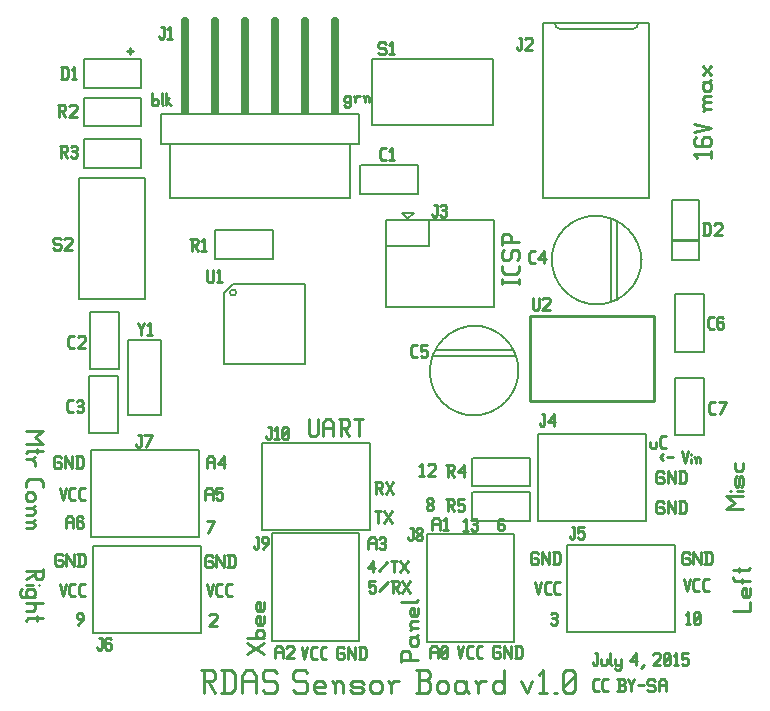
<source format=gbr>
G04 start of page 13 for group -4079 idx -4079 *
G04 Title: (unknown), topsilk *
G04 Creator: pcb 20140316 *
G04 CreationDate: Wed Jul  8 15:06:37 2015 UTC *
G04 For: frankenteddy *
G04 Format: Gerber/RS-274X *
G04 PCB-Dimensions (mil): 3270.00 2515.00 *
G04 PCB-Coordinate-Origin: lower left *
%MOIN*%
%FSLAX25Y25*%
%LNTOPSILK*%
%ADD72C,0.0250*%
%ADD71C,0.0080*%
%ADD70C,0.0100*%
%ADD69C,0.0060*%
G54D69*X177100Y163100D02*Y171500D01*
X177000Y171600D01*
X162800Y163100D02*X177100D01*
X168100Y174100D02*X172000D01*
Y174000D01*
X169900Y171900D01*
Y172400D01*
X168200Y174100D01*
G54D70*X262000Y52010D02*X262990Y48050D01*
X263980Y52010D01*
X265861Y48050D02*X267148D01*
X265168Y48743D02*X265861Y48050D01*
X265168Y51317D02*Y48743D01*
Y51317D02*X265861Y52010D01*
X267148D01*
X269029Y48050D02*X270316D01*
X268336Y48743D02*X269029Y48050D01*
X268336Y51317D02*Y48743D01*
Y51317D02*X269029Y52010D01*
X270316D01*
X263480Y61010D02*X263975Y60515D01*
X261995Y61010D02*X263480D01*
X261500Y60515D02*X261995Y61010D01*
X261500Y60515D02*Y57545D01*
X261995Y57050D01*
X263480D01*
X263975Y57545D01*
Y58535D02*Y57545D01*
X263480Y59030D02*X263975Y58535D01*
X262490Y59030D02*X263480D01*
X265163Y61010D02*Y57050D01*
Y61010D02*X267638Y57050D01*
Y61010D02*Y57050D01*
X269321Y61010D02*Y57050D01*
X270608Y61010D02*X271301Y60317D01*
Y57743D01*
X270608Y57050D02*X271301Y57743D01*
X268826Y57050D02*X270608D01*
X268826Y61010D02*X270608D01*
X278430Y41500D02*X284150D01*
Y44360D02*Y41500D01*
Y48936D02*Y46791D01*
X283435Y46076D02*X284150Y46791D01*
X282005Y46076D02*X283435D01*
X282005D02*X281290Y46791D01*
Y48221D02*Y46791D01*
Y48221D02*X282005Y48936D01*
X282720D02*Y46076D01*
X282005Y48936D02*X282720D01*
X279145Y51367D02*X284150D01*
X279145D02*X278430Y52082D01*
Y52797D02*Y52082D01*
X281290D02*Y50652D01*
X278430Y54942D02*X283435D01*
X284150Y55657D01*
X280575D02*Y54227D01*
X262700Y40218D02*X263492Y41010D01*
Y37050D01*
X262700D02*X264185D01*
X265373Y37545D02*X265868Y37050D01*
X265373Y40515D02*Y37545D01*
Y40515D02*X265868Y41010D01*
X266858D01*
X267353Y40515D01*
Y37545D01*
X266858Y37050D02*X267353Y37545D01*
X265868Y37050D02*X266858D01*
X265373Y38040D02*X267353Y40020D01*
X232300Y14600D02*X233600D01*
X231600Y15300D02*X232300Y14600D01*
X231600Y17900D02*Y15300D01*
Y17900D02*X232300Y18600D01*
X233600D01*
X235500Y14600D02*X236800D01*
X234800Y15300D02*X235500Y14600D01*
X234800Y17900D02*Y15300D01*
Y17900D02*X235500Y18600D01*
X236800D01*
X239800Y14600D02*X241800D01*
X242300Y15100D01*
Y16300D02*Y15100D01*
X241800Y16800D02*X242300Y16300D01*
X240300Y16800D02*X241800D01*
X240300Y18600D02*Y14600D01*
X239800Y18600D02*X241800D01*
X242300Y18100D01*
Y17300D01*
X241800Y16800D02*X242300Y17300D01*
X243500Y18600D02*X244500Y16600D01*
X245500Y18600D01*
X244500Y16600D02*Y14600D01*
X246700Y16600D02*X248700D01*
X251900Y18600D02*X252400Y18100D01*
X250400Y18600D02*X251900D01*
X249900Y18100D02*X250400Y18600D01*
X249900Y18100D02*Y17100D01*
X250400Y16600D01*
X251900D01*
X252400Y16100D01*
Y15100D01*
X251900Y14600D02*X252400Y15100D01*
X250400Y14600D02*X251900D01*
X249900Y15100D02*X250400Y14600D01*
X253600Y17600D02*Y14600D01*
Y17600D02*X254300Y18600D01*
X255400D01*
X256100Y17600D01*
Y14600D01*
X253600Y16600D02*X256100D01*
X101000Y21640D02*X104720D01*
X105650Y20710D01*
Y18850D01*
X104720Y17920D02*X105650Y18850D01*
X101930Y17920D02*X104720D01*
X101930Y21640D02*Y14200D01*
X103418Y17920D02*X105650Y14200D01*
X108812Y21640D02*Y14200D01*
X111230Y21640D02*X112532Y20338D01*
Y15502D01*
X111230Y14200D02*X112532Y15502D01*
X107882Y14200D02*X111230D01*
X107882Y21640D02*X111230D01*
X114764Y19780D02*Y14200D01*
Y19780D02*X116066Y21640D01*
X118112D01*
X119414Y19780D01*
Y14200D01*
X114764Y17920D02*X119414D01*
X125366Y21640D02*X126296Y20710D01*
X122576Y21640D02*X125366D01*
X121646Y20710D02*X122576Y21640D01*
X121646Y20710D02*Y18850D01*
X122576Y17920D01*
X125366D01*
X126296Y16990D01*
Y15130D01*
X125366Y14200D02*X126296Y15130D01*
X122576Y14200D02*X125366D01*
X121646Y15130D02*X122576Y14200D01*
X135596Y21640D02*X136526Y20710D01*
X132806Y21640D02*X135596D01*
X131876Y20710D02*X132806Y21640D01*
X131876Y20710D02*Y18850D01*
X132806Y17920D01*
X135596D01*
X136526Y16990D01*
Y15130D01*
X135596Y14200D02*X136526Y15130D01*
X132806Y14200D02*X135596D01*
X131876Y15130D02*X132806Y14200D01*
X139688D02*X142478D01*
X138758Y15130D02*X139688Y14200D01*
X138758Y16990D02*Y15130D01*
Y16990D02*X139688Y17920D01*
X141548D01*
X142478Y16990D01*
X138758Y16060D02*X142478D01*
Y16990D02*Y16060D01*
X145640Y16990D02*Y14200D01*
Y16990D02*X146570Y17920D01*
X147500D01*
X148430Y16990D01*
Y14200D01*
X144710Y17920D02*X145640Y16990D01*
X151592Y14200D02*X154382D01*
X155312Y15130D01*
X154382Y16060D02*X155312Y15130D01*
X151592Y16060D02*X154382D01*
X150662Y16990D02*X151592Y16060D01*
X150662Y16990D02*X151592Y17920D01*
X154382D01*
X155312Y16990D01*
X150662Y15130D02*X151592Y14200D01*
X157544Y16990D02*Y15130D01*
Y16990D02*X158474Y17920D01*
X160334D01*
X161264Y16990D01*
Y15130D01*
X160334Y14200D02*X161264Y15130D01*
X158474Y14200D02*X160334D01*
X157544Y15130D02*X158474Y14200D01*
X164426Y16990D02*Y14200D01*
Y16990D02*X165356Y17920D01*
X167216D01*
X163496D02*X164426Y16990D01*
X172796Y14200D02*X176516D01*
X177446Y15130D01*
Y17362D02*Y15130D01*
X176516Y18292D02*X177446Y17362D01*
X173726Y18292D02*X176516D01*
X173726Y21640D02*Y14200D01*
X172796Y21640D02*X176516D01*
X177446Y20710D01*
Y19222D01*
X176516Y18292D02*X177446Y19222D01*
X179678Y16990D02*Y15130D01*
Y16990D02*X180608Y17920D01*
X182468D01*
X183398Y16990D01*
Y15130D01*
X182468Y14200D02*X183398Y15130D01*
X180608Y14200D02*X182468D01*
X179678Y15130D02*X180608Y14200D01*
X188420Y17920D02*X189350Y16990D01*
X186560Y17920D02*X188420D01*
X185630Y16990D02*X186560Y17920D01*
X185630Y16990D02*Y15130D01*
X186560Y14200D01*
X189350Y17920D02*Y15130D01*
X190280Y14200D01*
X186560D02*X188420D01*
X189350Y15130D01*
X193442Y16990D02*Y14200D01*
Y16990D02*X194372Y17920D01*
X196232D01*
X192512D02*X193442Y16990D01*
X202184Y21640D02*Y14200D01*
X201254D02*X202184Y15130D01*
X199394Y14200D02*X201254D01*
X198464Y15130D02*X199394Y14200D01*
X198464Y16990D02*Y15130D01*
Y16990D02*X199394Y17920D01*
X201254D01*
X202184Y16990D01*
X207764Y17920D02*X209624Y14200D01*
X211484Y17920D02*X209624Y14200D01*
X213716Y20152D02*X215204Y21640D01*
Y14200D01*
X213716D02*X216506D01*
X218738D02*X219668D01*
X221900Y15130D02*X222830Y14200D01*
X221900Y20710D02*Y15130D01*
Y20710D02*X222830Y21640D01*
X224690D01*
X225620Y20710D01*
Y15130D01*
X224690Y14200D02*X225620Y15130D01*
X222830Y14200D02*X224690D01*
X221900Y16060D02*X225620Y19780D01*
X212500Y51010D02*X213490Y47050D01*
X214480Y51010D01*
X216361Y47050D02*X217648D01*
X215668Y47743D02*X216361Y47050D01*
X215668Y50317D02*Y47743D01*
Y50317D02*X216361Y51010D01*
X217648D01*
X219529Y47050D02*X220816D01*
X218836Y47743D02*X219529Y47050D01*
X218836Y50317D02*Y47743D01*
Y50317D02*X219529Y51010D01*
X220816D01*
X212980Y61010D02*X213475Y60515D01*
X211495Y61010D02*X212980D01*
X211000Y60515D02*X211495Y61010D01*
X211000Y60515D02*Y57545D01*
X211495Y57050D01*
X212980D01*
X213475Y57545D01*
Y58535D02*Y57545D01*
X212980Y59030D02*X213475Y58535D01*
X211990Y59030D02*X212980D01*
X214663Y61010D02*Y57050D01*
Y61010D02*X217138Y57050D01*
Y61010D02*Y57050D01*
X218821Y61010D02*Y57050D01*
X220108Y61010D02*X220801Y60317D01*
Y57743D01*
X220108Y57050D02*X220801Y57743D01*
X218326Y57050D02*X220108D01*
X218326Y61010D02*X220108D01*
X217700Y40315D02*X218195Y40810D01*
X219185D01*
X219680Y40315D01*
X219185Y36850D02*X219680Y37345D01*
X218195Y36850D02*X219185D01*
X217700Y37345D02*X218195Y36850D01*
Y39028D02*X219185D01*
X219680Y40315D02*Y39523D01*
Y38533D02*Y37345D01*
Y38533D02*X219185Y39028D01*
X219680Y39523D02*X219185Y39028D01*
X167830Y25215D02*X173550D01*
X167830Y27360D02*Y24500D01*
Y27360D02*X168545Y28075D01*
X169975D01*
X170690Y27360D02*X169975Y28075D01*
X170690Y27360D02*Y25215D01*
Y31936D02*X171405Y32651D01*
X170690Y31936D02*Y30506D01*
X171405Y29791D02*X170690Y30506D01*
X171405Y29791D02*X172835D01*
X173550Y30506D01*
X170690Y32651D02*X172835D01*
X173550Y33366D01*
Y31936D02*Y30506D01*
Y31936D02*X172835Y32651D01*
X171405Y35797D02*X173550D01*
X171405D02*X170690Y36512D01*
Y37227D02*Y36512D01*
Y37227D02*X171405Y37942D01*
X173550D01*
X170690Y35082D02*X171405Y35797D01*
X173550Y42518D02*Y40373D01*
X172835Y39658D02*X173550Y40373D01*
X171405Y39658D02*X172835D01*
X171405D02*X170690Y40373D01*
Y41803D02*Y40373D01*
Y41803D02*X171405Y42518D01*
X172120D02*Y39658D01*
X171405Y42518D02*X172120D01*
X167830Y44234D02*X172835D01*
X173550Y44949D01*
X156900Y64920D02*Y61950D01*
Y64920D02*X157593Y65910D01*
X158682D01*
X159375Y64920D01*
Y61950D01*
X156900Y63930D02*X159375D01*
X160563Y65415D02*X161058Y65910D01*
X162048D01*
X162543Y65415D01*
X162048Y61950D02*X162543Y62445D01*
X161058Y61950D02*X162048D01*
X160563Y62445D02*X161058Y61950D01*
Y64128D02*X162048D01*
X162543Y65415D02*Y64623D01*
Y63633D02*Y62445D01*
Y63633D02*X162048Y64128D01*
X162543Y64623D02*X162048Y64128D01*
X156600Y55735D02*X158580Y58210D01*
X156600Y55735D02*X159075D01*
X158580Y58210D02*Y54250D01*
X160263Y54745D02*X163233Y57715D01*
X164421Y58210D02*X166401D01*
X165411D02*Y54250D01*
X167589D02*X170064Y58210D01*
X167589D02*X170064Y54250D01*
X157200Y51410D02*X159180D01*
X157200D02*Y49430D01*
X157695Y49925D01*
X158685D01*
X159180Y49430D01*
Y47945D01*
X158685Y47450D02*X159180Y47945D01*
X157695Y47450D02*X158685D01*
X157200Y47945D02*X157695Y47450D01*
X160368Y47945D02*X163338Y50915D01*
X164526Y51410D02*X166506D01*
X167001Y50915D01*
Y49925D01*
X166506Y49430D02*X167001Y49925D01*
X165021Y49430D02*X166506D01*
X165021Y51410D02*Y47450D01*
X165813Y49430D02*X167001Y47450D01*
X168189D02*X170664Y51410D01*
X168189D02*X170664Y47450D01*
X177500Y28620D02*Y25650D01*
Y28620D02*X178193Y29610D01*
X179282D01*
X179975Y28620D01*
Y25650D01*
X177500Y27630D02*X179975D01*
X181163Y26145D02*X181658Y25650D01*
X181163Y29115D02*Y26145D01*
Y29115D02*X181658Y29610D01*
X182648D01*
X183143Y29115D01*
Y26145D01*
X182648Y25650D02*X183143Y26145D01*
X181658Y25650D02*X182648D01*
X181163Y26640D02*X183143Y28620D01*
X134600Y29410D02*X135590Y25450D01*
X136580Y29410D01*
X138461Y25450D02*X139748D01*
X137768Y26143D02*X138461Y25450D01*
X137768Y28717D02*Y26143D01*
Y28717D02*X138461Y29410D01*
X139748D01*
X141629Y25450D02*X142916D01*
X140936Y26143D02*X141629Y25450D01*
X140936Y28717D02*Y26143D01*
Y28717D02*X141629Y29410D01*
X142916D01*
X148380Y29510D02*X148875Y29015D01*
X146895Y29510D02*X148380D01*
X146400Y29015D02*X146895Y29510D01*
X146400Y29015D02*Y26045D01*
X146895Y25550D01*
X148380D01*
X148875Y26045D01*
Y27035D02*Y26045D01*
X148380Y27530D02*X148875Y27035D01*
X147390Y27530D02*X148380D01*
X150063Y29510D02*Y25550D01*
Y29510D02*X152538Y25550D01*
Y29510D02*Y25550D01*
X154221Y29510D02*Y25550D01*
X155508Y29510D02*X156201Y28817D01*
Y26243D01*
X155508Y25550D02*X156201Y26243D01*
X153726Y25550D02*X155508D01*
X153726Y29510D02*X155508D01*
X125800Y28720D02*Y25750D01*
Y28720D02*X126493Y29710D01*
X127582D01*
X128275Y28720D01*
Y25750D01*
X125800Y27730D02*X128275D01*
X129463Y29215D02*X129958Y29710D01*
X131443D01*
X131938Y29215D01*
Y28225D01*
X129463Y25750D02*X131938Y28225D01*
X129463Y25750D02*X131938D01*
X122250Y27000D02*X116530Y30575D01*
Y27000D02*X122250Y30575D01*
X116530Y32291D02*X122250D01*
X121535D02*X122250Y33006D01*
Y34436D02*Y33006D01*
Y34436D02*X121535Y35151D01*
X120105D02*X121535D01*
X119390Y34436D02*X120105Y35151D01*
X119390Y34436D02*Y33006D01*
X120105Y32291D02*X119390Y33006D01*
X122250Y39727D02*Y37582D01*
X121535Y36867D02*X122250Y37582D01*
X120105Y36867D02*X121535D01*
X120105D02*X119390Y37582D01*
Y39012D02*Y37582D01*
Y39012D02*X120105Y39727D01*
X120820D02*Y36867D01*
X120105Y39727D02*X120820D01*
X122250Y44303D02*Y42158D01*
X121535Y41443D02*X122250Y42158D01*
X120105Y41443D02*X121535D01*
X120105D02*X119390Y42158D01*
Y43588D02*Y42158D01*
Y43588D02*X120105Y44303D01*
X120820D02*Y41443D01*
X120105Y44303D02*X120820D01*
X186600Y29710D02*X187590Y25750D01*
X188580Y29710D01*
X190461Y25750D02*X191748D01*
X189768Y26443D02*X190461Y25750D01*
X189768Y29017D02*Y26443D01*
Y29017D02*X190461Y29710D01*
X191748D01*
X193629Y25750D02*X194916D01*
X192936Y26443D02*X193629Y25750D01*
X192936Y29017D02*Y26443D01*
Y29017D02*X193629Y29710D01*
X194916D01*
X200380Y29810D02*X200875Y29315D01*
X198895Y29810D02*X200380D01*
X198400Y29315D02*X198895Y29810D01*
X198400Y29315D02*Y26345D01*
X198895Y25850D01*
X200380D01*
X200875Y26345D01*
Y27335D02*Y26345D01*
X200380Y27830D02*X200875Y27335D01*
X199390Y27830D02*X200380D01*
X202063Y29810D02*Y25850D01*
Y29810D02*X204538Y25850D01*
Y29810D02*Y25850D01*
X206221Y29810D02*Y25850D01*
X207508Y29810D02*X208201Y29117D01*
Y26543D01*
X207508Y25850D02*X208201Y26543D01*
X205726Y25850D02*X207508D01*
X205726Y29810D02*X207508D01*
X232300Y27300D02*X233100D01*
Y23800D01*
X232600Y23300D02*X233100Y23800D01*
X232100Y23300D02*X232600D01*
X231600Y23800D02*X232100Y23300D01*
X231600Y24300D02*Y23800D01*
X234300Y25300D02*Y23800D01*
X234800Y23300D01*
X235800D01*
X236300Y23800D01*
Y25300D02*Y23800D01*
X237500Y27300D02*Y23800D01*
X238000Y23300D01*
X239000Y25300D02*Y23800D01*
X239500Y23300D01*
X241000Y25300D02*Y22300D01*
X240500Y21800D02*X241000Y22300D01*
X239500Y21800D02*X240500D01*
X239000Y22300D02*X239500Y21800D01*
Y23300D02*X240500D01*
X241000Y23800D01*
X244000Y24800D02*X246000Y27300D01*
X244000Y24800D02*X246500D01*
X246000Y27300D02*Y23300D01*
X247700Y22300D02*X248700Y23300D01*
X251700Y26800D02*X252200Y27300D01*
X253700D01*
X254200Y26800D01*
Y25800D01*
X251700Y23300D02*X254200Y25800D01*
X251700Y23300D02*X254200D01*
X255400Y23800D02*X255900Y23300D01*
X255400Y26800D02*Y23800D01*
Y26800D02*X255900Y27300D01*
X256900D01*
X257400Y26800D01*
Y23800D01*
X256900Y23300D02*X257400Y23800D01*
X255900Y23300D02*X256900D01*
X255400Y24300D02*X257400Y26300D01*
X258600Y26500D02*X259400Y27300D01*
Y23300D01*
X258600D02*X260100D01*
X261300Y27300D02*X263300D01*
X261300D02*Y25300D01*
X261800Y25800D01*
X262800D01*
X263300Y25300D01*
Y23800D01*
X262800Y23300D02*X263300Y23800D01*
X261800Y23300D02*X262800D01*
X261300Y23800D02*X261800Y23300D01*
X250900Y97630D02*Y96145D01*
X251395Y95650D01*
X252385D01*
X252880Y96145D01*
Y97630D02*Y96145D01*
X254761Y95650D02*X256048D01*
X254068Y96343D02*X254761Y95650D01*
X254068Y98917D02*Y96343D01*
Y98917D02*X254761Y99610D01*
X256048D01*
X254182Y92630D02*X255172Y93620D01*
X254182Y92630D02*X255172Y91640D01*
X256360Y92630D02*X258340D01*
X261310Y94610D02*X262300Y90650D01*
X263290Y94610D01*
X264478Y93620D02*Y93521D01*
Y92135D02*Y90650D01*
X265963Y92135D02*Y90650D01*
Y92135D02*X266458Y92630D01*
X266953D01*
X267448Y92135D01*
Y90650D01*
X265468Y92630D02*X265963Y92135D01*
X254900Y87900D02*X255400Y87400D01*
X253400Y87900D02*X254900D01*
X252900Y87400D02*X253400Y87900D01*
X252900Y87400D02*Y84400D01*
X253400Y83900D01*
X254900D01*
X255400Y84400D01*
Y85400D02*Y84400D01*
X254900Y85900D02*X255400Y85400D01*
X253900Y85900D02*X254900D01*
X256600Y87900D02*Y83900D01*
Y87900D02*X259100Y83900D01*
Y87900D02*Y83900D01*
X260800Y87900D02*Y83900D01*
X262100Y87900D02*X262800Y87200D01*
Y84600D01*
X262100Y83900D02*X262800Y84600D01*
X260300Y83900D02*X262100D01*
X260300Y87900D02*X262100D01*
X276130Y75300D02*X281850D01*
X276130D02*X278990Y77445D01*
X276130Y79590D01*
X281850D01*
X277560Y81306D02*X277703D01*
X279705D02*X281850D01*
Y85596D02*Y83451D01*
Y85596D02*X281135Y86311D01*
X280420Y85596D02*X281135Y86311D01*
X280420Y85596D02*Y83451D01*
X279705Y82736D02*X280420Y83451D01*
X279705Y82736D02*X278990Y83451D01*
Y85596D02*Y83451D01*
Y85596D02*X279705Y86311D01*
X281135Y82736D02*X281850Y83451D01*
X278990Y90887D02*Y88742D01*
X279705Y88027D02*X278990Y88742D01*
X279705Y88027D02*X281135D01*
X281850Y88742D01*
Y90887D02*Y88742D01*
X84800Y214010D02*Y210050D01*
Y210545D02*X85295Y210050D01*
X86285D01*
X86780Y210545D01*
Y211535D02*Y210545D01*
X86285Y212030D02*X86780Y211535D01*
X85295Y212030D02*X86285D01*
X84800Y211535D02*X85295Y212030D01*
X87968Y214010D02*Y210545D01*
X88463Y210050D01*
X89453Y214010D02*Y210050D01*
Y211535D02*X90938Y210050D01*
X89453Y211535D02*X90443Y212525D01*
X150385Y212930D02*X150880Y212435D01*
X149395Y212930D02*X150385D01*
X148900Y212435D02*X149395Y212930D01*
X148900Y212435D02*Y211445D01*
X149395Y210950D01*
X150385D01*
X150880Y211445D01*
X148900Y209960D02*X149395Y209465D01*
X150385D01*
X150880Y209960D01*
Y212930D02*Y209960D01*
X152563Y212435D02*Y210950D01*
Y212435D02*X153058Y212930D01*
X154048D01*
X152068D02*X152563Y212435D01*
X155731D02*Y210950D01*
Y212435D02*X156226Y212930D01*
X156721D01*
X157216Y212435D01*
Y210950D01*
X155236Y212930D02*X155731Y212435D01*
X76500Y228030D02*X78480D01*
X77490Y229020D02*Y227040D01*
X201430Y151930D02*Y150500D01*
Y151215D02*X207150D01*
Y151930D02*Y150500D01*
Y156506D02*Y154647D01*
X206149Y153646D02*X207150Y154647D01*
X202431Y153646D02*X206149D01*
X202431D02*X201430Y154647D01*
Y156506D02*Y154647D01*
Y161082D02*X202145Y161797D01*
X201430Y161082D02*Y158937D01*
X202145Y158222D02*X201430Y158937D01*
X202145Y158222D02*X203575D01*
X204290Y158937D01*
Y161082D02*Y158937D01*
Y161082D02*X205005Y161797D01*
X206435D01*
X207150Y161082D02*X206435Y161797D01*
X207150Y161082D02*Y158937D01*
X206435Y158222D02*X207150Y158937D01*
X201430Y164228D02*X207150D01*
X201430Y166373D02*Y163513D01*
Y166373D02*X202145Y167088D01*
X203575D01*
X204290Y166373D02*X203575Y167088D01*
X204290Y166373D02*Y164228D01*
X266574Y192500D02*X265430Y193644D01*
X271150D01*
Y194645D02*Y192500D01*
X265430Y198506D02*X266145Y199221D01*
X265430Y198506D02*Y197076D01*
X266145Y196361D02*X265430Y197076D01*
X266145Y196361D02*X270435D01*
X271150Y197076D01*
X268004Y198506D02*X268719Y199221D01*
X268004Y198506D02*Y196361D01*
X271150Y198506D02*Y197076D01*
Y198506D02*X270435Y199221D01*
X268719D02*X270435D01*
X265430Y200937D02*X271150Y202367D01*
X265430Y203797D01*
X269005Y208802D02*X271150D01*
X269005D02*X268290Y209517D01*
Y210232D02*Y209517D01*
Y210232D02*X269005Y210947D01*
X271150D01*
X269005D02*X268290Y211662D01*
Y212377D02*Y211662D01*
Y212377D02*X269005Y213092D01*
X271150D01*
X268290Y208087D02*X269005Y208802D01*
X268290Y216953D02*X269005Y217668D01*
X268290Y216953D02*Y215523D01*
X269005Y214808D02*X268290Y215523D01*
X269005Y214808D02*X270435D01*
X271150Y215523D01*
X268290Y217668D02*X270435D01*
X271150Y218383D01*
Y216953D02*Y215523D01*
Y216953D02*X270435Y217668D01*
X268290Y220099D02*X271150Y222959D01*
Y220099D02*X268290Y222959D01*
X254900Y77900D02*X255400Y77400D01*
X253400Y77900D02*X254900D01*
X252900Y77400D02*X253400Y77900D01*
X252900Y77400D02*Y74400D01*
X253400Y73900D01*
X254900D01*
X255400Y74400D01*
Y75400D02*Y74400D01*
X254900Y75900D02*X255400Y75400D01*
X253900Y75900D02*X254900D01*
X256600Y77900D02*Y73900D01*
Y77900D02*X259100Y73900D01*
Y77900D02*Y73900D01*
X260800Y77900D02*Y73900D01*
X262100Y77900D02*X262800Y77200D01*
Y74600D01*
X262100Y73900D02*X262800Y74600D01*
X260300Y73900D02*X262100D01*
X260300Y77900D02*X262100D01*
X173900Y89600D02*X174700Y90400D01*
Y86400D01*
X173900D02*X175400D01*
X176600Y89900D02*X177100Y90400D01*
X178600D01*
X179100Y89900D01*
Y88900D01*
X176600Y86400D02*X179100Y88900D01*
X176600Y86400D02*X179100D01*
X176400Y75400D02*X176900Y74900D01*
X176400Y76200D02*Y75400D01*
Y76200D02*X177100Y76900D01*
X177700D01*
X178400Y76200D01*
Y75400D01*
X177900Y74900D02*X178400Y75400D01*
X176900Y74900D02*X177900D01*
X176400Y77600D02*X177100Y76900D01*
X176400Y78400D02*Y77600D01*
Y78400D02*X176900Y78900D01*
X177900D01*
X178400Y78400D01*
Y77600D01*
X177700Y76900D02*X178400Y77600D01*
X178200Y71520D02*Y68550D01*
Y71520D02*X178893Y72510D01*
X179982D01*
X180675Y71520D01*
Y68550D01*
X178200Y70530D02*X180675D01*
X181863Y71718D02*X182655Y72510D01*
Y68550D01*
X181863D02*X183348D01*
X159000Y74810D02*X160980D01*
X159990D02*Y70850D01*
X162168D02*X164643Y74810D01*
X162168D02*X164643Y70850D01*
X159000Y84310D02*X160980D01*
X161475Y83815D01*
Y82825D01*
X160980Y82330D02*X161475Y82825D01*
X159495Y82330D02*X160980D01*
X159495Y84310D02*Y80350D01*
X160287Y82330D02*X161475Y80350D01*
X162663D02*X165138Y84310D01*
X162663D02*X165138Y80350D01*
X188500Y71318D02*X189292Y72110D01*
Y68150D01*
X188500D02*X189985D01*
X191173Y71615D02*X191668Y72110D01*
X192658D01*
X193153Y71615D01*
X192658Y68150D02*X193153Y68645D01*
X191668Y68150D02*X192658D01*
X191173Y68645D02*X191668Y68150D01*
Y70328D02*X192658D01*
X193153Y71615D02*Y70823D01*
Y69833D02*Y68645D01*
Y69833D02*X192658Y70328D01*
X193153Y70823D02*X192658Y70328D01*
X201585Y72210D02*X202080Y71715D01*
X200595Y72210D02*X201585D01*
X200100Y71715D02*X200595Y72210D01*
X200100Y71715D02*Y68745D01*
X200595Y68250D01*
X201585Y70428D02*X202080Y69933D01*
X200100Y70428D02*X201585D01*
X200595Y68250D02*X201585D01*
X202080Y68745D01*
Y69933D02*Y68745D01*
X137100Y105370D02*Y100365D01*
X137815Y99650D01*
X139245D01*
X139960Y100365D01*
Y105370D02*Y100365D01*
X141676Y103940D02*Y99650D01*
Y103940D02*X142677Y105370D01*
X144250D01*
X145251Y103940D01*
Y99650D01*
X141676Y102510D02*X145251D01*
X146967Y105370D02*X149827D01*
X150542Y104655D01*
Y103225D01*
X149827Y102510D02*X150542Y103225D01*
X147682Y102510D02*X149827D01*
X147682Y105370D02*Y99650D01*
X148826Y102510D02*X150542Y99650D01*
X152258Y105370D02*X155118D01*
X153688D02*Y99650D01*
X103495Y67550D02*X105475Y71510D01*
X103000D02*X105475D01*
X103900Y39915D02*X104395Y40410D01*
X105880D01*
X106375Y39915D01*
Y38925D01*
X103900Y36450D02*X106375Y38925D01*
X103900Y36450D02*X106375D01*
X103000Y50510D02*X103990Y46550D01*
X104980Y50510D01*
X106861Y46550D02*X108148D01*
X106168Y47243D02*X106861Y46550D01*
X106168Y49817D02*Y47243D01*
Y49817D02*X106861Y50510D01*
X108148D01*
X110029Y46550D02*X111316D01*
X109336Y47243D02*X110029Y46550D01*
X109336Y49817D02*Y47243D01*
Y49817D02*X110029Y50510D01*
X111316D01*
X104480Y60010D02*X104975Y59515D01*
X102995Y60010D02*X104480D01*
X102500Y59515D02*X102995Y60010D01*
X102500Y59515D02*Y56545D01*
X102995Y56050D01*
X104480D01*
X104975Y56545D01*
Y57535D02*Y56545D01*
X104480Y58030D02*X104975Y57535D01*
X103490Y58030D02*X104480D01*
X106163Y60010D02*Y56050D01*
Y60010D02*X108638Y56050D01*
Y60010D02*Y56050D01*
X110321Y60010D02*Y56050D01*
X111608Y60010D02*X112301Y59317D01*
Y56743D01*
X111608Y56050D02*X112301Y56743D01*
X109826Y56050D02*X111608D01*
X109826Y60010D02*X111608D01*
X56000Y72020D02*Y69050D01*
Y72020D02*X56693Y73010D01*
X57782D01*
X58475Y72020D01*
Y69050D01*
X56000Y71030D02*X58475D01*
X61148Y73010D02*X61643Y72515D01*
X60158Y73010D02*X61148D01*
X59663Y72515D02*X60158Y73010D01*
X59663Y72515D02*Y69545D01*
X60158Y69050D01*
X61148Y71228D02*X61643Y70733D01*
X59663Y71228D02*X61148D01*
X60158Y69050D02*X61148D01*
X61643Y69545D01*
Y70733D02*Y69545D01*
X42768Y101500D02*X48488D01*
X45628Y99355D01*
X48488Y97210D01*
X42768D02*X48488D01*
X43483Y94779D02*X48488D01*
X43483D02*X42768Y94064D01*
X46343Y95494D02*Y94064D01*
X42768Y91919D02*X44913D01*
X45628Y91204D01*
Y89774D01*
Y92634D02*X44913Y91919D01*
X42768Y84483D02*Y82624D01*
X43769Y85484D02*X42768Y84483D01*
X43769Y85484D02*X47487D01*
X48488Y84483D01*
Y82624D01*
X43483Y80908D02*X44913D01*
X45628Y80193D01*
Y78763D01*
X44913Y78048D01*
X43483D02*X44913D01*
X42768Y78763D02*X43483Y78048D01*
X42768Y80193D02*Y78763D01*
X43483Y80908D02*X42768Y80193D01*
Y75617D02*X44913D01*
X45628Y74902D01*
Y74187D01*
X44913Y73472D01*
X42768D02*X44913D01*
X45628Y76332D02*X44913Y75617D01*
X42768Y71041D02*X44913D01*
X45628Y70326D01*
Y69611D01*
X44913Y68896D01*
X42768D02*X44913D01*
X45628Y71756D02*X44913Y71041D01*
X54000Y50510D02*X54990Y46550D01*
X55980Y50510D01*
X57861Y46550D02*X59148D01*
X57168Y47243D02*X57861Y46550D01*
X57168Y49817D02*Y47243D01*
Y49817D02*X57861Y50510D01*
X59148D01*
X61029Y46550D02*X62316D01*
X60336Y47243D02*X61029Y46550D01*
X60336Y49817D02*Y47243D01*
Y49817D02*X61029Y50510D01*
X62316D01*
X60195Y36750D02*X61680Y38730D01*
Y40215D02*Y38730D01*
X61185Y40710D02*X61680Y40215D01*
X60195Y40710D02*X61185D01*
X59700Y40215D02*X60195Y40710D01*
X59700Y40215D02*Y39225D01*
X60195Y38730D01*
X61680D01*
X48570Y55500D02*Y52640D01*
X47855Y51925D01*
X46425D02*X47855D01*
X45710Y52640D02*X46425Y51925D01*
X45710Y54785D02*Y52640D01*
X42850Y54785D02*X48570D01*
X45710Y53641D02*X42850Y51925D01*
X46997Y50209D02*X47140D01*
X42850D02*X44995D01*
X45710Y46634D02*X44995Y45919D01*
X45710Y48064D02*Y46634D01*
X44995Y48779D02*X45710Y48064D01*
X43565Y48779D02*X44995D01*
X43565D02*X42850Y48064D01*
Y46634D01*
X43565Y45919D01*
X41420Y48779D02*X40705Y48064D01*
Y46634D01*
X41420Y45919D01*
X45710D01*
X42850Y44203D02*X48570D01*
X44995D02*X45710Y43488D01*
Y42058D01*
X44995Y41343D01*
X42850D02*X44995D01*
X43565Y38912D02*X48570D01*
X43565D02*X42850Y38197D01*
X46425Y39627D02*Y38197D01*
X54480Y60510D02*X54975Y60015D01*
X52995Y60510D02*X54480D01*
X52500Y60015D02*X52995Y60510D01*
X52500Y60015D02*Y57045D01*
X52995Y56550D01*
X54480D01*
X54975Y57045D01*
Y58035D02*Y57045D01*
X54480Y58530D02*X54975Y58035D01*
X53490Y58530D02*X54480D01*
X56163Y60510D02*Y56550D01*
Y60510D02*X58638Y56550D01*
Y60510D02*Y56550D01*
X60321Y60510D02*Y56550D01*
X61608Y60510D02*X62301Y59817D01*
Y57243D01*
X61608Y56550D02*X62301Y57243D01*
X59826Y56550D02*X61608D01*
X59826Y60510D02*X61608D01*
X54000Y82510D02*X54990Y78550D01*
X55980Y82510D01*
X57861Y78550D02*X59148D01*
X57168Y79243D02*X57861Y78550D01*
X57168Y81817D02*Y79243D01*
Y81817D02*X57861Y82510D01*
X59148D01*
X61029Y78550D02*X62316D01*
X60336Y79243D02*X61029Y78550D01*
X60336Y81817D02*Y79243D01*
Y81817D02*X61029Y82510D01*
X62316D01*
X53980Y93010D02*X54475Y92515D01*
X52495Y93010D02*X53980D01*
X52000Y92515D02*X52495Y93010D01*
X52000Y92515D02*Y89545D01*
X52495Y89050D01*
X53980D01*
X54475Y89545D01*
Y90535D02*Y89545D01*
X53980Y91030D02*X54475Y90535D01*
X52990Y91030D02*X53980D01*
X55663Y93010D02*Y89050D01*
Y93010D02*X58138Y89050D01*
Y93010D02*Y89050D01*
X59821Y93010D02*Y89050D01*
X61108Y93010D02*X61801Y92317D01*
Y89743D01*
X61108Y89050D02*X61801Y89743D01*
X59326Y89050D02*X61108D01*
X59326Y93010D02*X61108D01*
X102500Y81520D02*Y78550D01*
Y81520D02*X103193Y82510D01*
X104282D01*
X104975Y81520D01*
Y78550D01*
X102500Y80530D02*X104975D01*
X106163Y82510D02*X108143D01*
X106163D02*Y80530D01*
X106658Y81025D01*
X107648D01*
X108143Y80530D01*
Y79045D01*
X107648Y78550D02*X108143Y79045D01*
X106658Y78550D02*X107648D01*
X106163Y79045D02*X106658Y78550D01*
X103000Y92020D02*Y89050D01*
Y92020D02*X103693Y93010D01*
X104782D01*
X105475Y92020D01*
Y89050D01*
X103000Y91030D02*X105475D01*
X106663Y90535D02*X108643Y93010D01*
X106663Y90535D02*X109138D01*
X108643Y93010D02*Y89050D01*
G54D69*X258072Y178450D02*Y158371D01*
X267127Y178450D02*Y158371D01*
X258072Y178450D02*X267127D01*
X258072Y164670D02*X267127D01*
X258072Y165064D02*X267127D01*
X258072Y158371D02*X267127D01*
X215012Y179119D02*X250445D01*
Y237386D02*Y179119D01*
X215012Y237386D02*X250445D01*
X215012D02*Y179119D01*
X220917Y235418D02*X244933D01*
Y235417D02*G75*G03X246902Y237386I0J1969D01*G01*
X218948D02*G75*G03X220917Y235417I1969J0D01*G01*
G54D71*X259050Y146950D02*Y127950D01*
Y146950D02*X268650D01*
Y127850D01*
X259050D02*X268650D01*
G54D69*X198393Y225304D02*Y203257D01*
X158235Y225304D02*X198393D01*
X158235D02*Y203257D01*
X198393D01*
G54D70*X210600Y111300D02*X252000D01*
Y139800D02*Y111300D01*
X210600Y139800D02*X252000D01*
X210600D02*Y111300D01*
G54D69*X237691Y172346D02*Y144393D01*
X239660Y171165D02*Y145181D01*
X218006Y158567D02*G75*G03X232967Y143606I14961J0D01*G01*
G75*G03X247928Y158567I0J14961D01*G01*
X247927Y157779D02*G75*G03X232573Y173133I-15354J0D01*G01*
Y173134D02*G75*G03X218006Y158567I0J-14567D01*G01*
G54D71*X154350Y190150D02*X173350D01*
Y180550D01*
X154250D02*X173350D01*
X154250Y190150D02*Y180550D01*
G54D69*X64500Y95000D02*Y66000D01*
Y95000D02*X100500D01*
Y66000D01*
X64500D02*X100500D01*
X65000Y63000D02*Y34000D01*
Y63000D02*X101000D01*
Y34000D01*
X65000D02*X101000D01*
X60496Y185693D02*X82543D01*
X60496D02*Y145535D01*
X82543D01*
Y185693D02*Y145535D01*
G54D71*X62250Y198750D02*X81250D01*
Y189150D01*
X62150D02*X81250D01*
X62150Y198750D02*Y189150D01*
X63800Y119700D02*Y100700D01*
Y119700D02*X73400D01*
Y100600D01*
X63800D02*X73400D01*
X64200Y141000D02*Y122000D01*
Y141000D02*X73800D01*
Y121900D01*
X64200D02*X73800D01*
G54D69*X76832Y131755D02*Y106558D01*
Y131755D02*X87856D01*
Y106558D01*
X76832D02*X87856D01*
G54D71*X62050Y225450D02*X81050D01*
Y215850D01*
X61950D02*X81050D01*
X61950Y225450D02*Y215850D01*
X62100Y212500D02*X81100D01*
Y202900D01*
X62000D02*X81100D01*
X62000Y212500D02*Y202900D01*
X259050Y119150D02*Y100150D01*
Y119150D02*X268650D01*
Y100050D01*
X259050D02*X268650D01*
G54D69*X249500Y100500D02*Y71500D01*
X213500D02*X249500D01*
X213500Y100500D02*Y71500D01*
Y100500D02*X249500D01*
X223000Y63500D02*Y34500D01*
Y63500D02*X259000D01*
Y34500D01*
X223000D02*X259000D01*
X178154Y126291D02*X206107D01*
X179335Y128260D02*X205319D01*
X191933Y106606D02*G75*G03X206894Y121567I0J14961D01*G01*
G75*G03X191933Y136528I-14961J0D01*G01*
X192721Y136527D02*G75*G03X177367Y121173I0J-15354D01*G01*
X177366D02*G75*G03X191933Y106606I14567J0D01*G01*
X87700Y207200D02*Y197200D01*
X90700D02*Y179200D01*
X150700D01*
X87700Y197200D02*X153700D01*
X87700Y207200D02*X153700D01*
G54D72*X95700Y208200D02*Y238200D01*
X105700Y208200D02*Y238200D01*
X115700Y208200D02*Y238200D01*
X125700Y208200D02*Y238200D01*
X135700Y208200D02*Y238200D01*
X145700Y208200D02*Y238200D01*
G54D69*X153700Y207200D02*Y197200D01*
X150700D02*Y179200D01*
G54D71*X105850Y158750D02*X124850D01*
X105850Y168350D02*Y158750D01*
Y168350D02*X124950D01*
Y158750D01*
X111771Y150429D02*X135629D01*
Y123671D01*
X108871D01*
Y147529D01*
X111771Y150429D01*
X110771Y147529D02*G75*G03X110771Y147529I1000J0D01*G01*
G54D69*X162700Y171600D02*Y142600D01*
Y171600D02*X198700D01*
Y142600D01*
X162700D02*X198700D01*
X176400Y31200D02*X205400D01*
X176400Y67200D02*Y31200D01*
Y67200D02*X205400D01*
Y31200D01*
G54D71*X191600Y92500D02*X210600D01*
Y82900D01*
X191500D02*X210600D01*
X191500Y92500D02*Y82900D01*
X191600Y81000D02*X210600D01*
Y71400D01*
X191500D02*X210600D01*
X191500Y81000D02*Y71400D01*
G54D69*X124900Y31300D02*X153900D01*
X124900Y67300D02*Y31300D01*
Y67300D02*X153900D01*
Y31300D01*
X121400Y97500D02*Y68500D01*
Y97500D02*X157400D01*
Y68500D01*
X121400D02*X157400D01*
G54D70*X268901Y170597D02*Y166597D01*
X270201Y170597D02*X270901Y169897D01*
Y167297D01*
X270201Y166597D02*X270901Y167297D01*
X268401Y166597D02*X270201D01*
X268401Y170597D02*X270201D01*
X272101Y170097D02*X272601Y170597D01*
X274101D01*
X274601Y170097D01*
Y169097D01*
X272101Y166597D02*X274601Y169097D01*
X272101Y166597D02*X274601D01*
X270650Y135550D02*X271950D01*
X269950Y136250D02*X270650Y135550D01*
X269950Y138850D02*Y136250D01*
Y138850D02*X270650Y139550D01*
X271950D01*
X274650D02*X275150Y139050D01*
X273650Y139550D02*X274650D01*
X273150Y139050D02*X273650Y139550D01*
X273150Y139050D02*Y136050D01*
X273650Y135550D01*
X274650Y137750D02*X275150Y137250D01*
X273150Y137750D02*X274650D01*
X273650Y135550D02*X274650D01*
X275150Y136050D01*
Y137250D02*Y136050D01*
X271150Y106950D02*X272450D01*
X270450Y107650D02*X271150Y106950D01*
X270450Y110250D02*Y107650D01*
Y110250D02*X271150Y110950D01*
X272450D01*
X274150Y106950D02*X276150Y110950D01*
X273650D02*X276150D01*
X214700Y107000D02*X215500D01*
Y103500D01*
X215000Y103000D02*X215500Y103500D01*
X214500Y103000D02*X215000D01*
X214000Y103500D02*X214500Y103000D01*
X214000Y104000D02*Y103500D01*
X216700Y104500D02*X218700Y107000D01*
X216700Y104500D02*X219200D01*
X218700Y107000D02*Y103000D01*
X224700Y69500D02*X225500D01*
Y66000D01*
X225000Y65500D02*X225500Y66000D01*
X224500Y65500D02*X225000D01*
X224000Y66000D02*X224500Y65500D01*
X224000Y66500D02*Y66000D01*
X226700Y69500D02*X228700D01*
X226700D02*Y67500D01*
X227200Y68000D01*
X228200D01*
X228700Y67500D01*
Y66000D01*
X228200Y65500D02*X228700Y66000D01*
X227200Y65500D02*X228200D01*
X226700Y66000D02*X227200Y65500D01*
X80200Y100000D02*X81000D01*
Y96500D01*
X80500Y96000D02*X81000Y96500D01*
X80000Y96000D02*X80500D01*
X79500Y96500D02*X80000Y96000D01*
X79500Y97000D02*Y96500D01*
X82700Y96000D02*X84700Y100000D01*
X82200D02*X84700D01*
X67200Y32500D02*X68000D01*
Y29000D01*
X67500Y28500D02*X68000Y29000D01*
X67000Y28500D02*X67500D01*
X66500Y29000D02*X67000Y28500D01*
X66500Y29500D02*Y29000D01*
X70700Y32500D02*X71200Y32000D01*
X69700Y32500D02*X70700D01*
X69200Y32000D02*X69700Y32500D01*
X69200Y32000D02*Y29000D01*
X69700Y28500D01*
X70700Y30700D02*X71200Y30200D01*
X69200Y30700D02*X70700D01*
X69700Y28500D02*X70700D01*
X71200Y29000D01*
Y30200D02*Y29000D01*
X80050Y137550D02*X81050Y135550D01*
X82050Y137550D01*
X81050Y135550D02*Y133550D01*
X83250Y136750D02*X84050Y137550D01*
Y133550D01*
X83250D02*X84750D01*
X53886Y165807D02*X54386Y165307D01*
X52386Y165807D02*X53886D01*
X51886Y165307D02*X52386Y165807D01*
X51886Y165307D02*Y164307D01*
X52386Y163807D01*
X53886D01*
X54386Y163307D01*
Y162307D01*
X53886Y161807D02*X54386Y162307D01*
X52386Y161807D02*X53886D01*
X51886Y162307D02*X52386Y161807D01*
X55586Y165307D02*X56086Y165807D01*
X57586D01*
X58086Y165307D01*
Y164307D01*
X55586Y161807D02*X58086Y164307D01*
X55586Y161807D02*X58086D01*
X54050Y196450D02*X56050D01*
X56550Y195950D01*
Y194950D01*
X56050Y194450D02*X56550Y194950D01*
X54550Y194450D02*X56050D01*
X54550Y196450D02*Y192450D01*
X55350Y194450D02*X56550Y192450D01*
X57750Y195950D02*X58250Y196450D01*
X59250D01*
X59750Y195950D01*
X59250Y192450D02*X59750Y192950D01*
X58250Y192450D02*X59250D01*
X57750Y192950D02*X58250Y192450D01*
Y194650D02*X59250D01*
X59750Y195950D02*Y195150D01*
Y194150D02*Y192950D01*
Y194150D02*X59250Y194650D01*
X59750Y195150D02*X59250Y194650D01*
X54850Y222650D02*Y218650D01*
X56150Y222650D02*X56850Y221950D01*
Y219350D01*
X56150Y218650D02*X56850Y219350D01*
X54350Y218650D02*X56150D01*
X54350Y222650D02*X56150D01*
X58050Y221850D02*X58850Y222650D01*
Y218650D01*
X58050D02*X59550D01*
X53400Y210200D02*X55400D01*
X55900Y209700D01*
Y208700D01*
X55400Y208200D02*X55900Y208700D01*
X53900Y208200D02*X55400D01*
X53900Y210200D02*Y206200D01*
X54700Y208200D02*X55900Y206200D01*
X57100Y209700D02*X57600Y210200D01*
X59100D01*
X59600Y209700D01*
Y208700D01*
X57100Y206200D02*X59600Y208700D01*
X57100Y206200D02*X59600D01*
X87900Y236200D02*X88700D01*
Y232700D01*
X88200Y232200D02*X88700Y232700D01*
X87700Y232200D02*X88200D01*
X87200Y232700D02*X87700Y232200D01*
X87200Y233200D02*Y232700D01*
X89900Y235400D02*X90700Y236200D01*
Y232200D01*
X89900D02*X91400D01*
X57200Y107600D02*X58500D01*
X56500Y108300D02*X57200Y107600D01*
X56500Y110900D02*Y108300D01*
Y110900D02*X57200Y111600D01*
X58500D01*
X59700Y111100D02*X60200Y111600D01*
X61200D01*
X61700Y111100D01*
X61200Y107600D02*X61700Y108100D01*
X60200Y107600D02*X61200D01*
X59700Y108100D02*X60200Y107600D01*
Y109800D02*X61200D01*
X61700Y111100D02*Y110300D01*
Y109300D02*Y108100D01*
Y109300D02*X61200Y109800D01*
X61700Y110300D02*X61200Y109800D01*
X57500Y129200D02*X58800D01*
X56800Y129900D02*X57500Y129200D01*
X56800Y132500D02*Y129900D01*
Y132500D02*X57500Y133200D01*
X58800D01*
X60000Y132700D02*X60500Y133200D01*
X62000D01*
X62500Y132700D01*
Y131700D01*
X60000Y129200D02*X62500Y131700D01*
X60000Y129200D02*X62500D01*
X97554Y165504D02*X99554D01*
X100054Y165004D01*
Y164004D01*
X99554Y163504D02*X100054Y164004D01*
X98054Y163504D02*X99554D01*
X98054Y165504D02*Y161504D01*
X98854Y163504D02*X100054Y161504D01*
X101254Y164704D02*X102054Y165504D01*
Y161504D01*
X101254D02*X102754D01*
X103250Y155050D02*Y151550D01*
X103750Y151050D01*
X104750D01*
X105250Y151550D01*
Y155050D02*Y151550D01*
X106450Y154250D02*X107250Y155050D01*
Y151050D01*
X106450D02*X107950D01*
X119300Y66100D02*X120100D01*
Y62600D01*
X119600Y62100D02*X120100Y62600D01*
X119100Y62100D02*X119600D01*
X118600Y62600D02*X119100Y62100D01*
X118600Y63100D02*Y62600D01*
X121800Y62100D02*X123300Y64100D01*
Y65600D02*Y64100D01*
X122800Y66100D02*X123300Y65600D01*
X121800Y66100D02*X122800D01*
X121300Y65600D02*X121800Y66100D01*
X121300Y65600D02*Y64600D01*
X121800Y64100D01*
X123300D01*
X123500Y102600D02*X124300D01*
Y99100D01*
X123800Y98600D02*X124300Y99100D01*
X123300Y98600D02*X123800D01*
X122800Y99100D02*X123300Y98600D01*
X122800Y99600D02*Y99100D01*
X125500Y101800D02*X126300Y102600D01*
Y98600D01*
X125500D02*X127000D01*
X128200Y99100D02*X128700Y98600D01*
X128200Y102100D02*Y99100D01*
Y102100D02*X128700Y102600D01*
X129700D01*
X130200Y102100D01*
Y99100D01*
X129700Y98600D02*X130200Y99100D01*
X128700Y98600D02*X129700D01*
X128200Y99600D02*X130200Y101600D01*
X171873Y125934D02*X173173D01*
X171173Y126634D02*X171873Y125934D01*
X171173Y129234D02*Y126634D01*
Y129234D02*X171873Y129934D01*
X173173D01*
X174373D02*X176373D01*
X174373D02*Y127934D01*
X174873Y128434D01*
X175873D01*
X176373Y127934D01*
Y126434D01*
X175873Y125934D02*X176373Y126434D01*
X174873Y125934D02*X175873D01*
X174373Y126434D02*X174873Y125934D01*
X207078Y232536D02*X207878D01*
Y229036D01*
X207378Y228536D02*X207878Y229036D01*
X206878Y228536D02*X207378D01*
X206378Y229036D02*X206878Y228536D01*
X206378Y229536D02*Y229036D01*
X209078Y232036D02*X209578Y232536D01*
X211078D01*
X211578Y232036D01*
Y231036D01*
X209078Y228536D02*X211578Y231036D01*
X209078Y228536D02*X211578D01*
X162186Y231007D02*X162686Y230507D01*
X160686Y231007D02*X162186D01*
X160186Y230507D02*X160686Y231007D01*
X160186Y230507D02*Y229507D01*
X160686Y229007D01*
X162186D01*
X162686Y228507D01*
Y227507D01*
X162186Y227007D02*X162686Y227507D01*
X160686Y227007D02*X162186D01*
X160186Y227507D02*X160686Y227007D01*
X163886Y230207D02*X164686Y231007D01*
Y227007D01*
X163886D02*X165386D01*
X161350Y191650D02*X162650D01*
X160650Y192350D02*X161350Y191650D01*
X160650Y194950D02*Y192350D01*
Y194950D02*X161350Y195650D01*
X162650D01*
X163850Y194850D02*X164650Y195650D01*
Y191650D01*
X163850D02*X165350D01*
X211600Y145800D02*Y142300D01*
X212100Y141800D01*
X213100D01*
X213600Y142300D01*
Y145800D02*Y142300D01*
X214800Y145300D02*X215300Y145800D01*
X216800D01*
X217300Y145300D01*
Y144300D01*
X214800Y141800D02*X217300Y144300D01*
X214800Y141800D02*X217300D01*
X210973Y157234D02*X212273D01*
X210273Y157934D02*X210973Y157234D01*
X210273Y160534D02*Y157934D01*
Y160534D02*X210973Y161234D01*
X212273D01*
X213473Y158734D02*X215473Y161234D01*
X213473Y158734D02*X215973D01*
X215473Y161234D02*Y157234D01*
X178800Y176800D02*X179600D01*
Y173300D01*
X179100Y172800D02*X179600Y173300D01*
X178600Y172800D02*X179100D01*
X178100Y173300D02*X178600Y172800D01*
X178100Y173800D02*Y173300D01*
X180800Y176300D02*X181300Y176800D01*
X182300D01*
X182800Y176300D01*
X182300Y172800D02*X182800Y173300D01*
X181300Y172800D02*X182300D01*
X180800Y173300D02*X181300Y172800D01*
Y175000D02*X182300D01*
X182800Y176300D02*Y175500D01*
Y174500D02*Y173300D01*
Y174500D02*X182300Y175000D01*
X182800Y175500D02*X182300Y175000D01*
X170900Y68900D02*X171700D01*
Y65400D01*
X171200Y64900D02*X171700Y65400D01*
X170700Y64900D02*X171200D01*
X170200Y65400D02*X170700Y64900D01*
X170200Y65900D02*Y65400D01*
X172900D02*X173400Y64900D01*
X172900Y66200D02*Y65400D01*
Y66200D02*X173600Y66900D01*
X174200D01*
X174900Y66200D01*
Y65400D01*
X174400Y64900D02*X174900Y65400D01*
X173400Y64900D02*X174400D01*
X172900Y67600D02*X173600Y66900D01*
X172900Y68400D02*Y67600D01*
Y68400D02*X173400Y68900D01*
X174400D01*
X174900Y68400D01*
Y67600D01*
X174200Y66900D02*X174900Y67600D01*
X182900Y90200D02*X184900D01*
X185400Y89700D01*
Y88700D01*
X184900Y88200D02*X185400Y88700D01*
X183400Y88200D02*X184900D01*
X183400Y90200D02*Y86200D01*
X184200Y88200D02*X185400Y86200D01*
X186600Y87700D02*X188600Y90200D01*
X186600Y87700D02*X189100D01*
X188600Y90200D02*Y86200D01*
X182900Y78700D02*X184900D01*
X185400Y78200D01*
Y77200D01*
X184900Y76700D02*X185400Y77200D01*
X183400Y76700D02*X184900D01*
X183400Y78700D02*Y74700D01*
X184200Y76700D02*X185400Y74700D01*
X186600Y78700D02*X188600D01*
X186600D02*Y76700D01*
X187100Y77200D01*
X188100D01*
X188600Y76700D01*
Y75200D01*
X188100Y74700D02*X188600Y75200D01*
X187100Y74700D02*X188100D01*
X186600Y75200D02*X187100Y74700D01*
M02*

</source>
